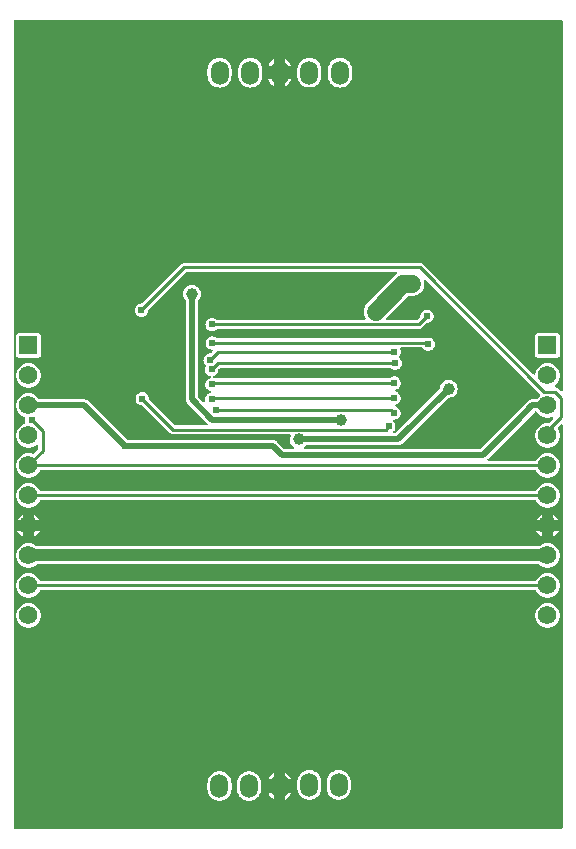
<source format=gbl>
G04 Layer: BottomLayer*
G04 EasyEDA v6.5.23, 2023-06-06 19:14:30*
G04 6ef57efb87d34416a569dc9a5926d664,0997c0c323a540828c61b468e30a80a1,10*
G04 Gerber Generator version 0.2*
G04 Scale: 100 percent, Rotated: No, Reflected: No *
G04 Dimensions in millimeters *
G04 leading zeros omitted , absolute positions ,4 integer and 5 decimal *
%FSLAX45Y45*%
%MOMM*%

%ADD10C,0.2500*%
%ADD11C,0.5000*%
%ADD12C,1.0000*%
%ADD13C,1.5000*%
%ADD14C,0.2540*%
%ADD15C,1.5748*%
%ADD16R,1.5748X1.5748*%
%ADD17O,1.524X1.9999959999999999*%
%ADD18C,0.6100*%
%ADD19C,0.0117*%

%LPD*%
G36*
X736092Y5825896D02*
G01*
X732180Y5826658D01*
X728878Y5828893D01*
X726694Y5832144D01*
X725932Y5836056D01*
X725932Y12663881D01*
X726694Y12667792D01*
X728878Y12671094D01*
X732180Y12673279D01*
X736092Y12674041D01*
X5363921Y12674041D01*
X5367832Y12673279D01*
X5371084Y12671094D01*
X5373319Y12667792D01*
X5374081Y12663881D01*
X5374081Y9538665D01*
X5373319Y9534753D01*
X5371084Y9531451D01*
X5367832Y9529267D01*
X5363921Y9528505D01*
X5360009Y9529267D01*
X5356758Y9531451D01*
X5336235Y9551924D01*
X5330037Y9557054D01*
X5323332Y9560610D01*
X5316118Y9562795D01*
X5313375Y9563100D01*
X5309412Y9564319D01*
X5306314Y9567011D01*
X5304536Y9570720D01*
X5304332Y9574834D01*
X5305806Y9578695D01*
X5308803Y9581692D01*
X5319064Y9590735D01*
X5328107Y9600996D01*
X5335727Y9612376D01*
X5341772Y9624669D01*
X5346141Y9637623D01*
X5348833Y9651034D01*
X5349748Y9664700D01*
X5348833Y9678365D01*
X5346141Y9691776D01*
X5341772Y9704730D01*
X5335727Y9717024D01*
X5328107Y9728403D01*
X5319064Y9738664D01*
X5308803Y9747707D01*
X5297424Y9755327D01*
X5285130Y9761372D01*
X5272176Y9765741D01*
X5258765Y9768433D01*
X5245100Y9769348D01*
X5231434Y9768433D01*
X5218023Y9765741D01*
X5205069Y9761372D01*
X5192776Y9755327D01*
X5181396Y9747707D01*
X5171135Y9738664D01*
X5162092Y9728403D01*
X5154472Y9717024D01*
X5148427Y9704730D01*
X5144058Y9691776D01*
X5141671Y9679940D01*
X5139944Y9675977D01*
X5136692Y9673082D01*
X5132527Y9671812D01*
X5128209Y9672421D01*
X5124551Y9674758D01*
X4193235Y10606024D01*
X4187037Y10611154D01*
X4180332Y10614710D01*
X4173118Y10616895D01*
X4165092Y10617708D01*
X2170074Y10617708D01*
X2162048Y10616895D01*
X2154834Y10614710D01*
X2148179Y10611154D01*
X2141931Y10606024D01*
X1812188Y10276281D01*
X1809292Y10274249D01*
X1805889Y10273334D01*
X1797812Y10272623D01*
X1788363Y10270083D01*
X1779422Y10265918D01*
X1771396Y10260330D01*
X1764436Y10253370D01*
X1758797Y10245293D01*
X1754632Y10236403D01*
X1752092Y10226903D01*
X1751228Y10217099D01*
X1752092Y10207345D01*
X1754632Y10197846D01*
X1758797Y10188956D01*
X1764436Y10180878D01*
X1771396Y10173919D01*
X1779422Y10168331D01*
X1788363Y10164165D01*
X1797812Y10161625D01*
X1807616Y10160762D01*
X1817420Y10161625D01*
X1826920Y10164165D01*
X1835810Y10168331D01*
X1843836Y10173919D01*
X1850796Y10180878D01*
X1856435Y10188956D01*
X1860600Y10197846D01*
X1863140Y10207345D01*
X1863852Y10215372D01*
X1864766Y10218775D01*
X1866798Y10221671D01*
X2182622Y10537494D01*
X2185924Y10539730D01*
X2189784Y10540492D01*
X3962501Y10540492D01*
X3966718Y10539577D01*
X3970121Y10537037D01*
X3972204Y10533278D01*
X3972560Y10529011D01*
X3971137Y10524947D01*
X3968140Y10521899D01*
X3964482Y10519460D01*
X3954322Y10510520D01*
X3718915Y10275112D01*
X3709974Y10264952D01*
X3702659Y10253980D01*
X3696817Y10242143D01*
X3692601Y10229646D01*
X3690010Y10216692D01*
X3689146Y10203535D01*
X3690010Y10190378D01*
X3692601Y10177424D01*
X3696817Y10164927D01*
X3702659Y10153091D01*
X3704691Y10150094D01*
X3706266Y10146030D01*
X3706012Y10141661D01*
X3703980Y10137851D01*
X3700475Y10135209D01*
X3696208Y10134295D01*
X2451150Y10134295D01*
X2447239Y10135057D01*
X2443937Y10137241D01*
X2442159Y10139070D01*
X2434082Y10144658D01*
X2425192Y10148824D01*
X2415692Y10151364D01*
X2405938Y10152227D01*
X2396134Y10151364D01*
X2386634Y10148824D01*
X2377744Y10144658D01*
X2369667Y10139070D01*
X2362758Y10132110D01*
X2357120Y10124033D01*
X2352954Y10115143D01*
X2350414Y10105644D01*
X2349550Y10095839D01*
X2350414Y10086086D01*
X2352954Y10076586D01*
X2357120Y10067696D01*
X2362758Y10059619D01*
X2369667Y10052659D01*
X2377744Y10047071D01*
X2386634Y10042906D01*
X2396134Y10040366D01*
X2405938Y10039502D01*
X2415692Y10040366D01*
X2425192Y10042906D01*
X2434082Y10047071D01*
X2442159Y10052659D01*
X2443937Y10054488D01*
X2447239Y10056672D01*
X2451150Y10057434D01*
X4154474Y10057434D01*
X4162450Y10058247D01*
X4169664Y10060432D01*
X4176318Y10063988D01*
X4182516Y10069068D01*
X4219854Y10106456D01*
X4222750Y10108438D01*
X4226153Y10109352D01*
X4234535Y10110114D01*
X4244035Y10112654D01*
X4252925Y10116820D01*
X4260951Y10122408D01*
X4267911Y10129367D01*
X4273550Y10137444D01*
X4277715Y10146334D01*
X4280255Y10155834D01*
X4281119Y10165588D01*
X4280255Y10175392D01*
X4277715Y10184892D01*
X4273550Y10193782D01*
X4267911Y10201859D01*
X4260951Y10208818D01*
X4252925Y10214406D01*
X4244035Y10218572D01*
X4234535Y10221112D01*
X4224731Y10221976D01*
X4214926Y10221112D01*
X4205478Y10218572D01*
X4196537Y10214406D01*
X4188510Y10208818D01*
X4181551Y10201859D01*
X4175912Y10193782D01*
X4171746Y10184892D01*
X4169206Y10175392D01*
X4168495Y10167061D01*
X4167581Y10163657D01*
X4165549Y10160762D01*
X4142028Y10137241D01*
X4138777Y10135057D01*
X4134865Y10134295D01*
X3888028Y10134295D01*
X3884117Y10135057D01*
X3880815Y10137241D01*
X3878630Y10140543D01*
X3877868Y10144455D01*
X3878630Y10148316D01*
X3880815Y10151618D01*
X4064711Y10335514D01*
X4068013Y10337698D01*
X4071924Y10338511D01*
X4101744Y10338511D01*
X4115257Y10339374D01*
X4128211Y10341965D01*
X4140708Y10346182D01*
X4152544Y10352024D01*
X4163517Y10359339D01*
X4173423Y10368076D01*
X4182160Y10377982D01*
X4189476Y10388955D01*
X4195318Y10400792D01*
X4199534Y10413288D01*
X4202125Y10426242D01*
X4202988Y10439400D01*
X4202125Y10452557D01*
X4199890Y10463936D01*
X4199940Y10468203D01*
X4201769Y10472064D01*
X4205020Y10474858D01*
X4209186Y10476026D01*
X4213402Y10475417D01*
X4217009Y10473080D01*
X5181701Y9508388D01*
X5183987Y9504934D01*
X5184698Y9500870D01*
X5183733Y9496856D01*
X5181244Y9493554D01*
X5171135Y9484664D01*
X5162092Y9474403D01*
X5156555Y9466122D01*
X5154320Y9463684D01*
X5151374Y9462160D01*
X5148122Y9461601D01*
X5118303Y9461601D01*
X5113680Y9461398D01*
X5109260Y9460839D01*
X5104942Y9459874D01*
X5100675Y9458553D01*
X5096611Y9456826D01*
X5092649Y9454794D01*
X5088890Y9452406D01*
X5085384Y9449714D01*
X5081930Y9446564D01*
X4680864Y9045498D01*
X4677613Y9043263D01*
X4673701Y9042501D01*
X3190443Y9042501D01*
X3186226Y9043416D01*
X3182772Y9046006D01*
X3180689Y9049766D01*
X3180334Y9054084D01*
X3181858Y9058148D01*
X3193186Y9068460D01*
X3196336Y9070340D01*
X3199942Y9071000D01*
X3977386Y9071000D01*
X3982059Y9071203D01*
X3986479Y9071813D01*
X3990797Y9072778D01*
X3995013Y9074099D01*
X3999128Y9075775D01*
X4003090Y9077858D01*
X4006799Y9080246D01*
X4010355Y9082938D01*
X4013758Y9086088D01*
X4401159Y9473488D01*
X4404664Y9475774D01*
X4408728Y9476435D01*
X4410811Y9476384D01*
X4422343Y9477705D01*
X4433519Y9480804D01*
X4444136Y9485528D01*
X4453890Y9491878D01*
X4462576Y9499600D01*
X4469942Y9508540D01*
X4475886Y9518548D01*
X4480255Y9529318D01*
X4482896Y9540595D01*
X4483760Y9552178D01*
X4482896Y9563811D01*
X4480255Y9575088D01*
X4475886Y9585858D01*
X4469942Y9595866D01*
X4462576Y9604806D01*
X4453890Y9612528D01*
X4444136Y9618878D01*
X4433519Y9623602D01*
X4422343Y9626701D01*
X4410811Y9628022D01*
X4399178Y9627565D01*
X4387799Y9625380D01*
X4376877Y9621418D01*
X4366666Y9615881D01*
X4357420Y9608870D01*
X4349343Y9600488D01*
X4342688Y9590989D01*
X4337507Y9580575D01*
X4334002Y9569500D01*
X4332224Y9558020D01*
X4332224Y9552736D01*
X4331462Y9548876D01*
X4329277Y9545574D01*
X3959504Y9175800D01*
X3956202Y9173616D01*
X3952341Y9172854D01*
X3946804Y9172854D01*
X3942892Y9173616D01*
X3939590Y9175800D01*
X3937406Y9179102D01*
X3936644Y9183014D01*
X3937406Y9186875D01*
X3939590Y9190177D01*
X3945026Y9195562D01*
X3950665Y9203639D01*
X3954779Y9212529D01*
X3957320Y9222028D01*
X3958183Y9231782D01*
X3957320Y9241586D01*
X3954779Y9251086D01*
X3950665Y9259976D01*
X3945026Y9268053D01*
X3939489Y9273590D01*
X3937355Y9276740D01*
X3936492Y9280448D01*
X3937101Y9284208D01*
X3939082Y9287510D01*
X3942079Y9289846D01*
X3945788Y9290862D01*
X3955084Y9291675D01*
X3964584Y9294215D01*
X3973474Y9298381D01*
X3981551Y9304020D01*
X3988511Y9310979D01*
X3994150Y9319006D01*
X3998264Y9327896D01*
X4000804Y9337395D01*
X4001668Y9347200D01*
X4000804Y9357004D01*
X3998264Y9366504D01*
X3994150Y9375394D01*
X3988511Y9383420D01*
X3981551Y9390380D01*
X3973474Y9396018D01*
X3964584Y9400184D01*
X3962908Y9400641D01*
X3958996Y9402622D01*
X3956354Y9406128D01*
X3955389Y9410446D01*
X3956354Y9414713D01*
X3958996Y9418218D01*
X3962908Y9420250D01*
X3966616Y9421215D01*
X3975506Y9425381D01*
X3983532Y9431020D01*
X3990492Y9437979D01*
X3996131Y9446006D01*
X4000296Y9454896D01*
X4002836Y9464395D01*
X4003700Y9474200D01*
X4002836Y9484004D01*
X4000296Y9493504D01*
X3996131Y9502394D01*
X3990492Y9510420D01*
X3983532Y9517380D01*
X3975506Y9523018D01*
X3966616Y9527184D01*
X3964025Y9527844D01*
X3960114Y9529876D01*
X3957421Y9533382D01*
X3956507Y9537649D01*
X3957421Y9541967D01*
X3960114Y9545472D01*
X3964025Y9547504D01*
X3966819Y9548215D01*
X3975709Y9552381D01*
X3983736Y9558020D01*
X3990695Y9564979D01*
X3996334Y9573006D01*
X4000500Y9581896D01*
X4003040Y9591395D01*
X4003903Y9601200D01*
X4003040Y9611004D01*
X4000500Y9620504D01*
X3996334Y9629394D01*
X3990695Y9637420D01*
X3983736Y9644380D01*
X3975709Y9650018D01*
X3966819Y9654184D01*
X3957320Y9656724D01*
X3947515Y9657588D01*
X3937711Y9656724D01*
X3928262Y9654184D01*
X3919321Y9650018D01*
X3911295Y9644380D01*
X3909466Y9642602D01*
X3906215Y9640366D01*
X3902303Y9639604D01*
X2428951Y9639604D01*
X2424633Y9640570D01*
X2419400Y9642348D01*
X2415540Y9644380D01*
X2412847Y9647885D01*
X2411882Y9652152D01*
X2412847Y9656470D01*
X2415540Y9659924D01*
X2419400Y9661956D01*
X2421483Y9662515D01*
X2430373Y9666681D01*
X2438450Y9672320D01*
X2445410Y9679279D01*
X2451049Y9687306D01*
X2455164Y9696196D01*
X2457704Y9705695D01*
X2458466Y9714077D01*
X2459380Y9717481D01*
X2461412Y9720376D01*
X2468676Y9727641D01*
X2471978Y9729825D01*
X2475839Y9730587D01*
X3911295Y9730587D01*
X3915206Y9729825D01*
X3918458Y9727641D01*
X3920286Y9725812D01*
X3928313Y9720224D01*
X3937254Y9716058D01*
X3946702Y9713518D01*
X3956507Y9712655D01*
X3966311Y9713518D01*
X3975811Y9716058D01*
X3984701Y9720224D01*
X3992727Y9725812D01*
X3999687Y9732772D01*
X4005326Y9740849D01*
X4009491Y9749739D01*
X4012031Y9759238D01*
X4012895Y9768992D01*
X4012031Y9778796D01*
X4009491Y9788296D01*
X4005326Y9797186D01*
X3999687Y9805263D01*
X3992727Y9812223D01*
X3990644Y9813645D01*
X3987749Y9816846D01*
X3986377Y9820960D01*
X3986885Y9825278D01*
X3989120Y9828987D01*
X3994810Y9837064D01*
X3998925Y9845954D01*
X4001465Y9855454D01*
X4002328Y9865207D01*
X4001465Y9875012D01*
X3998925Y9884511D01*
X3997807Y9886899D01*
X3996893Y9890861D01*
X3997553Y9894874D01*
X3999737Y9898278D01*
X4003040Y9900564D01*
X4007002Y9901377D01*
X4181195Y9901377D01*
X4184396Y9900869D01*
X4187240Y9899345D01*
X4189526Y9897059D01*
X4192422Y9892893D01*
X4199382Y9885934D01*
X4207408Y9880295D01*
X4216349Y9876129D01*
X4225798Y9873589D01*
X4235602Y9872726D01*
X4245406Y9873589D01*
X4254906Y9876129D01*
X4263796Y9880295D01*
X4271822Y9885934D01*
X4278782Y9892893D01*
X4284421Y9900920D01*
X4288586Y9909810D01*
X4291126Y9919309D01*
X4291990Y9929114D01*
X4291126Y9938918D01*
X4288586Y9948418D01*
X4284421Y9957308D01*
X4278782Y9965334D01*
X4271822Y9972294D01*
X4263796Y9977932D01*
X4254906Y9982098D01*
X4245406Y9984638D01*
X4235602Y9985502D01*
X4225798Y9984638D01*
X4216349Y9982098D01*
X4209999Y9979152D01*
X4205732Y9978186D01*
X2451252Y9978186D01*
X2447391Y9978948D01*
X2444089Y9981184D01*
X2442260Y9982962D01*
X2434234Y9988600D01*
X2425344Y9992766D01*
X2415844Y9995306D01*
X2406040Y9996170D01*
X2396236Y9995306D01*
X2386787Y9992766D01*
X2377846Y9988600D01*
X2369820Y9982962D01*
X2362860Y9976002D01*
X2357221Y9967976D01*
X2353056Y9959086D01*
X2350516Y9949586D01*
X2349652Y9939782D01*
X2350516Y9929977D01*
X2353056Y9920478D01*
X2357221Y9911588D01*
X2362860Y9903561D01*
X2369820Y9896602D01*
X2377846Y9890963D01*
X2386787Y9886797D01*
X2396236Y9884257D01*
X2400198Y9883902D01*
X2403856Y9882886D01*
X2406904Y9880549D01*
X2408885Y9877298D01*
X2409494Y9873488D01*
X2408631Y9869779D01*
X2406497Y9866630D01*
X2393594Y9853726D01*
X2390698Y9851694D01*
X2387295Y9850780D01*
X2378964Y9850069D01*
X2369464Y9847529D01*
X2360574Y9843363D01*
X2352497Y9837724D01*
X2345588Y9830765D01*
X2339949Y9822738D01*
X2335784Y9813848D01*
X2333244Y9804349D01*
X2332380Y9794544D01*
X2333244Y9784740D01*
X2335784Y9775240D01*
X2339949Y9766350D01*
X2345588Y9758324D01*
X2350516Y9753346D01*
X2352802Y9749942D01*
X2353513Y9745878D01*
X2352548Y9741865D01*
X2349246Y9734804D01*
X2346706Y9725304D01*
X2345842Y9715500D01*
X2346706Y9705695D01*
X2349246Y9696196D01*
X2353411Y9687306D01*
X2359050Y9679279D01*
X2365959Y9672320D01*
X2374036Y9666681D01*
X2382926Y9662515D01*
X2386228Y9661652D01*
X2390089Y9659620D01*
X2392781Y9656114D01*
X2393746Y9651847D01*
X2392781Y9647529D01*
X2390089Y9644075D01*
X2386228Y9642043D01*
X2384145Y9641484D01*
X2375255Y9637318D01*
X2367178Y9631680D01*
X2360269Y9624720D01*
X2354630Y9616694D01*
X2350465Y9607804D01*
X2347925Y9598304D01*
X2347061Y9588500D01*
X2347925Y9578695D01*
X2350465Y9569196D01*
X2354630Y9560306D01*
X2360269Y9552279D01*
X2367178Y9545320D01*
X2375255Y9539681D01*
X2384145Y9535515D01*
X2385822Y9535058D01*
X2389733Y9533026D01*
X2392426Y9529572D01*
X2393391Y9525254D01*
X2392426Y9520986D01*
X2389733Y9517481D01*
X2385822Y9515449D01*
X2382215Y9514484D01*
X2373274Y9510318D01*
X2365248Y9504680D01*
X2358288Y9497720D01*
X2352649Y9489694D01*
X2348484Y9480804D01*
X2345944Y9471304D01*
X2345080Y9461500D01*
X2345944Y9451695D01*
X2346756Y9448749D01*
X2346960Y9444329D01*
X2345283Y9440265D01*
X2342032Y9437319D01*
X2337816Y9435998D01*
X2333447Y9436557D01*
X2329738Y9438894D01*
X2289098Y9479584D01*
X2286863Y9482886D01*
X2286101Y9486747D01*
X2286101Y10295737D01*
X2287016Y10299903D01*
X2289860Y10303662D01*
X2297277Y10312603D01*
X2303221Y10322610D01*
X2307539Y10333380D01*
X2310180Y10344658D01*
X2311095Y10356240D01*
X2310180Y10367873D01*
X2307539Y10379151D01*
X2303221Y10389920D01*
X2297277Y10399928D01*
X2289860Y10408869D01*
X2281224Y10416590D01*
X2271471Y10422940D01*
X2260854Y10427665D01*
X2249627Y10430764D01*
X2238095Y10432084D01*
X2226513Y10431627D01*
X2215083Y10429443D01*
X2204161Y10425480D01*
X2193950Y10419943D01*
X2184704Y10412933D01*
X2176678Y10404551D01*
X2169972Y10395051D01*
X2164842Y10384637D01*
X2161336Y10373563D01*
X2159558Y10362082D01*
X2159558Y10350449D01*
X2161336Y10338968D01*
X2164842Y10327894D01*
X2169972Y10317480D01*
X2176678Y10307980D01*
X2181453Y10303002D01*
X2183536Y10299750D01*
X2184298Y10295940D01*
X2184298Y9461703D01*
X2184501Y9457029D01*
X2185060Y9452660D01*
X2186025Y9448292D01*
X2187397Y9444075D01*
X2189073Y9439960D01*
X2191105Y9436049D01*
X2193493Y9432290D01*
X2196236Y9428734D01*
X2199386Y9425330D01*
X2364384Y9260281D01*
X2366619Y9256979D01*
X2367381Y9253118D01*
X2366619Y9249206D01*
X2364384Y9245904D01*
X2361082Y9243720D01*
X2357221Y9242958D01*
X2095957Y9242958D01*
X2092096Y9243720D01*
X2088794Y9245904D01*
X1872589Y9462109D01*
X1870557Y9465005D01*
X1869643Y9468408D01*
X1868932Y9476740D01*
X1866392Y9486239D01*
X1862226Y9495129D01*
X1856587Y9503206D01*
X1849628Y9510166D01*
X1841601Y9515754D01*
X1832711Y9519920D01*
X1823212Y9522460D01*
X1813407Y9523323D01*
X1803603Y9522460D01*
X1794154Y9519920D01*
X1785213Y9515754D01*
X1777187Y9510166D01*
X1770227Y9503206D01*
X1764588Y9495129D01*
X1760423Y9486239D01*
X1757883Y9476740D01*
X1757019Y9466935D01*
X1757883Y9457182D01*
X1760423Y9447682D01*
X1764588Y9438792D01*
X1770227Y9430715D01*
X1777187Y9423755D01*
X1785213Y9418167D01*
X1794154Y9414002D01*
X1803603Y9411462D01*
X1811985Y9410700D01*
X1815388Y9409785D01*
X1818284Y9407804D01*
X2048306Y9177731D01*
X2054555Y9172651D01*
X2061159Y9169095D01*
X2068372Y9166910D01*
X2076348Y9166098D01*
X3060598Y9166098D01*
X3064611Y9165285D01*
X3067964Y9162948D01*
X3070098Y9159443D01*
X3070707Y9155430D01*
X3065627Y9139224D01*
X3063849Y9127744D01*
X3063849Y9116110D01*
X3065627Y9104630D01*
X3069132Y9093555D01*
X3074263Y9083141D01*
X3080969Y9073642D01*
X3088995Y9065260D01*
X3094939Y9060738D01*
X3097682Y9057589D01*
X3098901Y9053576D01*
X3098444Y9049410D01*
X3096310Y9045803D01*
X3092907Y9043365D01*
X3088792Y9042501D01*
X3022498Y9042501D01*
X3018586Y9043263D01*
X3015335Y9045498D01*
X2956864Y9103969D01*
X2953410Y9107119D01*
X2949905Y9109811D01*
X2946146Y9112199D01*
X2942183Y9114231D01*
X2938119Y9115958D01*
X2933852Y9117279D01*
X2929534Y9118244D01*
X2925114Y9118803D01*
X2920492Y9119006D01*
X1691233Y9119006D01*
X1686966Y9119971D01*
X1682851Y9122562D01*
X1358849Y9446564D01*
X1355445Y9449714D01*
X1351889Y9452406D01*
X1348181Y9454794D01*
X1344218Y9456826D01*
X1340104Y9458553D01*
X1335887Y9459874D01*
X1331569Y9460839D01*
X1327150Y9461398D01*
X1322476Y9461601D01*
X947877Y9461601D01*
X944626Y9462160D01*
X941679Y9463684D01*
X939444Y9466122D01*
X933907Y9474403D01*
X924864Y9484664D01*
X914603Y9493707D01*
X903224Y9501327D01*
X890930Y9507372D01*
X877976Y9511741D01*
X864565Y9514433D01*
X850900Y9515348D01*
X837234Y9514433D01*
X823823Y9511741D01*
X810869Y9507372D01*
X798576Y9501327D01*
X787196Y9493707D01*
X776935Y9484664D01*
X767892Y9474403D01*
X760272Y9463024D01*
X754227Y9450730D01*
X749858Y9437776D01*
X747166Y9424365D01*
X746252Y9410700D01*
X747166Y9397034D01*
X749858Y9383623D01*
X754227Y9370669D01*
X760272Y9358376D01*
X767892Y9346996D01*
X776935Y9336735D01*
X787196Y9327692D01*
X798576Y9320072D01*
X810869Y9314027D01*
X818184Y9311538D01*
X821537Y9309658D01*
X823925Y9306712D01*
X825042Y9303105D01*
X824737Y9299295D01*
X823214Y9293504D01*
X822350Y9283700D01*
X823214Y9273895D01*
X824737Y9268104D01*
X825042Y9264294D01*
X823925Y9260687D01*
X821537Y9257741D01*
X818184Y9255861D01*
X810869Y9253372D01*
X798576Y9247327D01*
X787196Y9239707D01*
X776935Y9230664D01*
X767892Y9220403D01*
X760272Y9209024D01*
X754227Y9196730D01*
X749858Y9183776D01*
X747166Y9170365D01*
X746252Y9156700D01*
X747166Y9143034D01*
X749858Y9129623D01*
X754227Y9116669D01*
X760272Y9104376D01*
X767892Y9092996D01*
X776935Y9082735D01*
X787196Y9073692D01*
X798576Y9066072D01*
X810869Y9060027D01*
X823823Y9055658D01*
X837234Y9052966D01*
X850900Y9052052D01*
X864565Y9052966D01*
X877976Y9055658D01*
X890930Y9060027D01*
X903224Y9066072D01*
X914806Y9073845D01*
X918108Y9075826D01*
X921918Y9076385D01*
X925677Y9075470D01*
X928827Y9073235D01*
X930910Y9070035D01*
X931621Y9066225D01*
X931621Y9041993D01*
X930859Y9038082D01*
X928674Y9034780D01*
X897128Y9003233D01*
X894029Y9001150D01*
X890371Y9000286D01*
X886663Y9000794D01*
X877976Y9003741D01*
X864565Y9006433D01*
X850900Y9007348D01*
X837234Y9006433D01*
X823823Y9003741D01*
X810869Y8999372D01*
X798576Y8993327D01*
X787196Y8985707D01*
X776935Y8976664D01*
X767892Y8966403D01*
X760272Y8955024D01*
X754227Y8942730D01*
X749858Y8929776D01*
X747166Y8916365D01*
X746252Y8902700D01*
X747166Y8889034D01*
X749858Y8875623D01*
X754227Y8862669D01*
X760272Y8850376D01*
X767892Y8838996D01*
X776935Y8828735D01*
X787196Y8819692D01*
X798576Y8812072D01*
X810869Y8806027D01*
X823823Y8801658D01*
X837234Y8798966D01*
X850900Y8798052D01*
X864565Y8798966D01*
X877976Y8801658D01*
X890930Y8806027D01*
X903224Y8812072D01*
X914603Y8819692D01*
X924864Y8828735D01*
X933907Y8838996D01*
X941527Y8850376D01*
X945591Y8858605D01*
X947826Y8861602D01*
X951026Y8863584D01*
X954684Y8864295D01*
X5141315Y8864295D01*
X5145024Y8863584D01*
X5148173Y8861602D01*
X5150408Y8858605D01*
X5154472Y8850376D01*
X5162092Y8838996D01*
X5171135Y8828735D01*
X5181396Y8819692D01*
X5192776Y8812072D01*
X5205069Y8806027D01*
X5218023Y8801658D01*
X5231434Y8798966D01*
X5245100Y8798052D01*
X5258765Y8798966D01*
X5272176Y8801658D01*
X5285130Y8806027D01*
X5297424Y8812072D01*
X5308803Y8819692D01*
X5319064Y8828735D01*
X5328107Y8838996D01*
X5335727Y8850376D01*
X5341772Y8862669D01*
X5346141Y8875623D01*
X5348833Y8889034D01*
X5349748Y8902700D01*
X5348833Y8916365D01*
X5346141Y8929776D01*
X5341772Y8942730D01*
X5335727Y8955024D01*
X5328107Y8966403D01*
X5319064Y8976664D01*
X5308803Y8985707D01*
X5297424Y8993327D01*
X5285130Y8999372D01*
X5272176Y9003741D01*
X5258765Y9006433D01*
X5245100Y9007348D01*
X5231434Y9006433D01*
X5218023Y9003741D01*
X5205069Y8999372D01*
X5192776Y8993327D01*
X5181396Y8985707D01*
X5171135Y8976664D01*
X5162092Y8966403D01*
X5154472Y8955024D01*
X5150408Y8946794D01*
X5148173Y8943797D01*
X5145024Y8941816D01*
X5141315Y8941104D01*
X4745024Y8941104D01*
X4741164Y8941866D01*
X4737862Y8944102D01*
X4735626Y8947404D01*
X4734864Y8951264D01*
X4735626Y8955176D01*
X4737862Y8958427D01*
X5136235Y9356801D01*
X5139486Y9359036D01*
X5143398Y9359798D01*
X5148122Y9359798D01*
X5151374Y9359239D01*
X5154320Y9357715D01*
X5156555Y9355277D01*
X5162092Y9346996D01*
X5171135Y9336735D01*
X5181396Y9327692D01*
X5192776Y9320072D01*
X5205069Y9314027D01*
X5218023Y9309658D01*
X5231434Y9306966D01*
X5245100Y9306052D01*
X5258765Y9306966D01*
X5272176Y9309658D01*
X5281117Y9312656D01*
X5285587Y9313164D01*
X5289854Y9311640D01*
X5293004Y9308439D01*
X5294477Y9304172D01*
X5293969Y9299702D01*
X5291582Y9295892D01*
X5259527Y9263837D01*
X5255920Y9261500D01*
X5251704Y9260890D01*
X5245100Y9261348D01*
X5231434Y9260433D01*
X5218023Y9257741D01*
X5205069Y9253372D01*
X5192776Y9247327D01*
X5181396Y9239707D01*
X5171135Y9230664D01*
X5162092Y9220403D01*
X5154472Y9209024D01*
X5148427Y9196730D01*
X5144058Y9183776D01*
X5141366Y9170365D01*
X5140452Y9156700D01*
X5141366Y9143034D01*
X5144058Y9129623D01*
X5148427Y9116669D01*
X5154472Y9104376D01*
X5162092Y9092996D01*
X5171135Y9082735D01*
X5181396Y9073692D01*
X5192776Y9066072D01*
X5205069Y9060027D01*
X5218023Y9055658D01*
X5231434Y9052966D01*
X5245100Y9052052D01*
X5258765Y9052966D01*
X5272176Y9055658D01*
X5285130Y9060027D01*
X5297424Y9066072D01*
X5308803Y9073692D01*
X5319064Y9082735D01*
X5328107Y9092996D01*
X5335727Y9104376D01*
X5341772Y9116669D01*
X5346141Y9129623D01*
X5348833Y9143034D01*
X5349748Y9156700D01*
X5348833Y9170365D01*
X5346141Y9183776D01*
X5341772Y9196730D01*
X5335727Y9209024D01*
X5331612Y9215170D01*
X5330190Y9218320D01*
X5329936Y9221774D01*
X5330850Y9225127D01*
X5332882Y9227972D01*
X5356758Y9251848D01*
X5360009Y9254032D01*
X5363921Y9254794D01*
X5367832Y9254032D01*
X5371084Y9251848D01*
X5373319Y9248546D01*
X5374081Y9244634D01*
X5374081Y5836056D01*
X5373319Y5832144D01*
X5371084Y5828893D01*
X5367832Y5826658D01*
X5363921Y5825896D01*
G37*

%LPC*%
G36*
X2718054Y6062065D02*
G01*
X2731363Y6062929D01*
X2744470Y6065520D01*
X2757119Y6069838D01*
X2769108Y6075730D01*
X2780182Y6083147D01*
X2790240Y6091986D01*
X2799029Y6101994D01*
X2806446Y6113119D01*
X2812389Y6125057D01*
X2816656Y6137706D01*
X2819247Y6150813D01*
X2820162Y6164478D01*
X2820162Y6211417D01*
X2819247Y6225082D01*
X2816656Y6238189D01*
X2812389Y6250838D01*
X2806446Y6262776D01*
X2799029Y6273901D01*
X2790240Y6283909D01*
X2780182Y6292748D01*
X2769108Y6300165D01*
X2757119Y6306058D01*
X2744470Y6310376D01*
X2731363Y6312966D01*
X2718054Y6313830D01*
X2704744Y6312966D01*
X2691638Y6310376D01*
X2678988Y6306058D01*
X2667000Y6300165D01*
X2655925Y6292748D01*
X2645867Y6283909D01*
X2637078Y6273901D01*
X2629662Y6262776D01*
X2623718Y6250838D01*
X2619451Y6238189D01*
X2616860Y6225082D01*
X2615946Y6211417D01*
X2615946Y6164478D01*
X2616860Y6150813D01*
X2619451Y6137706D01*
X2623718Y6125057D01*
X2629662Y6113119D01*
X2637078Y6101994D01*
X2645867Y6091986D01*
X2655925Y6083147D01*
X2667000Y6075730D01*
X2678988Y6069838D01*
X2691638Y6065520D01*
X2704744Y6062929D01*
G37*
G36*
X2467864Y6062319D02*
G01*
X2481173Y6063183D01*
X2494280Y6065774D01*
X2506929Y6070092D01*
X2518918Y6075984D01*
X2529992Y6083401D01*
X2540050Y6092240D01*
X2548839Y6102248D01*
X2556256Y6113373D01*
X2562199Y6125311D01*
X2566466Y6137960D01*
X2569057Y6151067D01*
X2569972Y6164732D01*
X2569972Y6211671D01*
X2569057Y6225336D01*
X2566466Y6238443D01*
X2562199Y6251092D01*
X2556256Y6263030D01*
X2548839Y6274155D01*
X2540050Y6284163D01*
X2529992Y6293002D01*
X2518918Y6300419D01*
X2506929Y6306312D01*
X2494280Y6310630D01*
X2481173Y6313220D01*
X2467864Y6314084D01*
X2454554Y6313220D01*
X2441448Y6310630D01*
X2428798Y6306312D01*
X2416810Y6300419D01*
X2405735Y6293002D01*
X2395677Y6284163D01*
X2386888Y6274155D01*
X2379472Y6263030D01*
X2373528Y6251092D01*
X2369261Y6238443D01*
X2366670Y6225336D01*
X2365756Y6211671D01*
X2365756Y6164732D01*
X2366670Y6151067D01*
X2369261Y6137960D01*
X2373528Y6125311D01*
X2379472Y6113373D01*
X2386888Y6102248D01*
X2395677Y6092240D01*
X2405735Y6083401D01*
X2416810Y6075984D01*
X2428798Y6070092D01*
X2441448Y6065774D01*
X2454554Y6063183D01*
G37*
G36*
X3227832Y6072225D02*
G01*
X3241141Y6073089D01*
X3254248Y6075680D01*
X3266897Y6079998D01*
X3278886Y6085890D01*
X3289960Y6093307D01*
X3300018Y6102146D01*
X3308807Y6112154D01*
X3316224Y6123279D01*
X3322167Y6135217D01*
X3326434Y6147866D01*
X3329025Y6160973D01*
X3329940Y6174638D01*
X3329940Y6221577D01*
X3329025Y6235242D01*
X3326434Y6248349D01*
X3322167Y6260998D01*
X3316224Y6272936D01*
X3308807Y6284061D01*
X3300018Y6294069D01*
X3289960Y6302908D01*
X3278886Y6310325D01*
X3266897Y6316218D01*
X3254248Y6320536D01*
X3241141Y6323126D01*
X3227832Y6323990D01*
X3214522Y6323126D01*
X3201416Y6320536D01*
X3188766Y6316218D01*
X3176778Y6310325D01*
X3165703Y6302908D01*
X3155645Y6294069D01*
X3146856Y6284061D01*
X3139440Y6272936D01*
X3133496Y6260998D01*
X3129229Y6248349D01*
X3126638Y6235242D01*
X3125724Y6221577D01*
X3125724Y6174638D01*
X3126638Y6160973D01*
X3129229Y6147866D01*
X3133496Y6135217D01*
X3139440Y6123279D01*
X3146856Y6112154D01*
X3155645Y6102146D01*
X3165703Y6093307D01*
X3176778Y6085890D01*
X3188766Y6079998D01*
X3201416Y6075680D01*
X3214522Y6073089D01*
G37*
G36*
X3477768Y6072225D02*
G01*
X3491077Y6073089D01*
X3504184Y6075680D01*
X3516833Y6079998D01*
X3528822Y6085890D01*
X3539896Y6093307D01*
X3549954Y6102146D01*
X3558743Y6112154D01*
X3566160Y6123279D01*
X3572103Y6135217D01*
X3576370Y6147866D01*
X3578961Y6160973D01*
X3579876Y6174638D01*
X3579876Y6221577D01*
X3578961Y6235242D01*
X3576370Y6248349D01*
X3572103Y6260998D01*
X3566160Y6272936D01*
X3558743Y6284061D01*
X3549954Y6294069D01*
X3539896Y6302908D01*
X3528822Y6310325D01*
X3516833Y6316218D01*
X3504184Y6320536D01*
X3491077Y6323126D01*
X3477768Y6323990D01*
X3464458Y6323126D01*
X3451351Y6320536D01*
X3438702Y6316218D01*
X3426714Y6310325D01*
X3415639Y6302908D01*
X3405581Y6294069D01*
X3396792Y6284061D01*
X3389376Y6272936D01*
X3383432Y6260998D01*
X3379165Y6248349D01*
X3376574Y6235242D01*
X3375660Y6221577D01*
X3375660Y6174638D01*
X3376574Y6160973D01*
X3379165Y6147866D01*
X3383432Y6135217D01*
X3389376Y6123279D01*
X3396792Y6112154D01*
X3405581Y6102146D01*
X3415639Y6093307D01*
X3426714Y6085890D01*
X3438702Y6079998D01*
X3451351Y6075680D01*
X3464458Y6073089D01*
G37*
G36*
X2933446Y6072733D02*
G01*
X2933446Y6131864D01*
X2881376Y6131864D01*
X2883560Y6125311D01*
X2889504Y6113373D01*
X2896920Y6102248D01*
X2905709Y6092240D01*
X2915767Y6083401D01*
X2926842Y6075984D01*
G37*
G36*
X3022346Y6072733D02*
G01*
X3028950Y6075984D01*
X3040024Y6083401D01*
X3050082Y6092240D01*
X3058871Y6102248D01*
X3066288Y6113373D01*
X3072231Y6125311D01*
X3074416Y6131864D01*
X3022346Y6131864D01*
G37*
G36*
X2881376Y6244539D02*
G01*
X2933446Y6244539D01*
X2933446Y6303670D01*
X2926842Y6300419D01*
X2915767Y6293002D01*
X2905709Y6284163D01*
X2896920Y6274155D01*
X2889504Y6263030D01*
X2883560Y6251092D01*
G37*
G36*
X3022346Y6244539D02*
G01*
X3074416Y6244539D01*
X3072231Y6251092D01*
X3066288Y6263030D01*
X3058871Y6274155D01*
X3050082Y6284163D01*
X3040024Y6293002D01*
X3028950Y6300419D01*
X3022346Y6303670D01*
G37*
G36*
X850900Y7528052D02*
G01*
X864565Y7528966D01*
X877976Y7531658D01*
X890930Y7536027D01*
X903224Y7542072D01*
X914603Y7549692D01*
X924864Y7558735D01*
X933907Y7568996D01*
X941527Y7580375D01*
X947572Y7592669D01*
X951941Y7605623D01*
X954633Y7619034D01*
X955548Y7632700D01*
X954633Y7646365D01*
X951941Y7659776D01*
X947572Y7672730D01*
X941527Y7685024D01*
X933907Y7696403D01*
X924864Y7706664D01*
X914603Y7715707D01*
X903224Y7723327D01*
X890930Y7729372D01*
X877976Y7733741D01*
X864565Y7736433D01*
X850900Y7737348D01*
X837234Y7736433D01*
X823823Y7733741D01*
X810869Y7729372D01*
X798576Y7723327D01*
X787196Y7715707D01*
X776935Y7706664D01*
X767892Y7696403D01*
X760272Y7685024D01*
X754227Y7672730D01*
X749858Y7659776D01*
X747166Y7646365D01*
X746252Y7632700D01*
X747166Y7619034D01*
X749858Y7605623D01*
X754227Y7592669D01*
X760272Y7580375D01*
X767892Y7568996D01*
X776935Y7558735D01*
X787196Y7549692D01*
X798576Y7542072D01*
X810869Y7536027D01*
X823823Y7531658D01*
X837234Y7528966D01*
G37*
G36*
X5245100Y7528052D02*
G01*
X5258765Y7528966D01*
X5272176Y7531658D01*
X5285130Y7536027D01*
X5297424Y7542072D01*
X5308803Y7549692D01*
X5319064Y7558735D01*
X5328107Y7568996D01*
X5335727Y7580375D01*
X5341772Y7592669D01*
X5346141Y7605623D01*
X5348833Y7619034D01*
X5349748Y7632700D01*
X5348833Y7646365D01*
X5346141Y7659776D01*
X5341772Y7672730D01*
X5335727Y7685024D01*
X5328107Y7696403D01*
X5319064Y7706664D01*
X5308803Y7715707D01*
X5297424Y7723327D01*
X5285130Y7729372D01*
X5272176Y7733741D01*
X5258765Y7736433D01*
X5245100Y7737348D01*
X5231434Y7736433D01*
X5218023Y7733741D01*
X5205069Y7729372D01*
X5192776Y7723327D01*
X5181396Y7715707D01*
X5171135Y7706664D01*
X5162092Y7696403D01*
X5154472Y7685024D01*
X5148427Y7672730D01*
X5144058Y7659776D01*
X5141366Y7646365D01*
X5140452Y7632700D01*
X5141366Y7619034D01*
X5144058Y7605623D01*
X5148427Y7592669D01*
X5154472Y7580375D01*
X5162092Y7568996D01*
X5171135Y7558735D01*
X5181396Y7549692D01*
X5192776Y7542072D01*
X5205069Y7536027D01*
X5218023Y7531658D01*
X5231434Y7528966D01*
G37*
G36*
X850900Y7782052D02*
G01*
X864565Y7782966D01*
X877976Y7785658D01*
X890930Y7790027D01*
X903224Y7796072D01*
X914603Y7803692D01*
X924864Y7812735D01*
X933907Y7822996D01*
X941527Y7834375D01*
X945591Y7842605D01*
X947826Y7845602D01*
X951026Y7847584D01*
X954684Y7848295D01*
X5141315Y7848295D01*
X5145024Y7847584D01*
X5148173Y7845602D01*
X5150408Y7842605D01*
X5154472Y7834375D01*
X5162092Y7822996D01*
X5171135Y7812735D01*
X5181396Y7803692D01*
X5192776Y7796072D01*
X5205069Y7790027D01*
X5218023Y7785658D01*
X5231434Y7782966D01*
X5245100Y7782052D01*
X5258765Y7782966D01*
X5272176Y7785658D01*
X5285130Y7790027D01*
X5297424Y7796072D01*
X5308803Y7803692D01*
X5319064Y7812735D01*
X5328107Y7822996D01*
X5335727Y7834375D01*
X5341772Y7846669D01*
X5346141Y7859623D01*
X5348833Y7873034D01*
X5349748Y7886700D01*
X5348833Y7900365D01*
X5346141Y7913776D01*
X5341772Y7926730D01*
X5335727Y7939024D01*
X5328107Y7950403D01*
X5319064Y7960664D01*
X5308803Y7969707D01*
X5297424Y7977327D01*
X5285130Y7983372D01*
X5272176Y7987741D01*
X5258765Y7990433D01*
X5245100Y7991348D01*
X5231434Y7990433D01*
X5218023Y7987741D01*
X5205069Y7983372D01*
X5192776Y7977327D01*
X5181396Y7969707D01*
X5171135Y7960664D01*
X5162092Y7950403D01*
X5154472Y7939024D01*
X5150408Y7930794D01*
X5148173Y7927797D01*
X5145024Y7925816D01*
X5141315Y7925104D01*
X954684Y7925104D01*
X951026Y7925816D01*
X947826Y7927797D01*
X945591Y7930794D01*
X941527Y7939024D01*
X933907Y7950403D01*
X924864Y7960664D01*
X914603Y7969707D01*
X903224Y7977327D01*
X890930Y7983372D01*
X877976Y7987741D01*
X864565Y7990433D01*
X850900Y7991348D01*
X837234Y7990433D01*
X823823Y7987741D01*
X810869Y7983372D01*
X798576Y7977327D01*
X787196Y7969707D01*
X776935Y7960664D01*
X767892Y7950403D01*
X760272Y7939024D01*
X754227Y7926730D01*
X749858Y7913776D01*
X747166Y7900365D01*
X746252Y7886700D01*
X747166Y7873034D01*
X749858Y7859623D01*
X754227Y7846669D01*
X760272Y7834375D01*
X767892Y7822996D01*
X776935Y7812735D01*
X787196Y7803692D01*
X798576Y7796072D01*
X810869Y7790027D01*
X823823Y7785658D01*
X837234Y7782966D01*
G37*
G36*
X850900Y8036052D02*
G01*
X864565Y8036966D01*
X877976Y8039658D01*
X890930Y8044027D01*
X903224Y8050072D01*
X914603Y8057692D01*
X919835Y8062264D01*
X922934Y8064144D01*
X926490Y8064804D01*
X5169509Y8064804D01*
X5173065Y8064144D01*
X5176164Y8062264D01*
X5181396Y8057692D01*
X5192776Y8050072D01*
X5205069Y8044027D01*
X5218023Y8039658D01*
X5231434Y8036966D01*
X5245100Y8036052D01*
X5258765Y8036966D01*
X5272176Y8039658D01*
X5285130Y8044027D01*
X5297424Y8050072D01*
X5308803Y8057692D01*
X5319064Y8066735D01*
X5328107Y8076996D01*
X5335727Y8088375D01*
X5341772Y8100669D01*
X5346141Y8113623D01*
X5348833Y8127034D01*
X5349748Y8140700D01*
X5348833Y8154365D01*
X5346141Y8167776D01*
X5341772Y8180730D01*
X5335727Y8193024D01*
X5328107Y8204403D01*
X5319064Y8214664D01*
X5308803Y8223707D01*
X5297424Y8231327D01*
X5285130Y8237372D01*
X5272176Y8241741D01*
X5258765Y8244433D01*
X5245100Y8245348D01*
X5231434Y8244433D01*
X5218023Y8241741D01*
X5205069Y8237372D01*
X5192776Y8231327D01*
X5181396Y8223707D01*
X5176164Y8219135D01*
X5173065Y8217255D01*
X5169509Y8216595D01*
X926490Y8216595D01*
X922934Y8217255D01*
X919835Y8219135D01*
X914603Y8223707D01*
X903224Y8231327D01*
X890930Y8237372D01*
X877976Y8241741D01*
X864565Y8244433D01*
X850900Y8245348D01*
X837234Y8244433D01*
X823823Y8241741D01*
X810869Y8237372D01*
X798576Y8231327D01*
X787196Y8223707D01*
X776935Y8214664D01*
X767892Y8204403D01*
X760272Y8193024D01*
X754227Y8180730D01*
X749858Y8167776D01*
X747166Y8154365D01*
X746252Y8140700D01*
X747166Y8127034D01*
X749858Y8113623D01*
X754227Y8100669D01*
X760272Y8088375D01*
X767892Y8076996D01*
X776935Y8066735D01*
X787196Y8057692D01*
X798576Y8050072D01*
X810869Y8044027D01*
X823823Y8039658D01*
X837234Y8036966D01*
G37*
G36*
X805180Y8300821D02*
G01*
X805180Y8348980D01*
X757021Y8348980D01*
X760272Y8342375D01*
X767892Y8330996D01*
X776935Y8320735D01*
X787196Y8311692D01*
X798576Y8304072D01*
G37*
G36*
X896619Y8300821D02*
G01*
X903224Y8304072D01*
X914603Y8311692D01*
X924864Y8320735D01*
X933907Y8330996D01*
X941527Y8342375D01*
X944778Y8348980D01*
X896619Y8348980D01*
G37*
G36*
X5290820Y8300821D02*
G01*
X5297424Y8304072D01*
X5308803Y8311692D01*
X5319064Y8320735D01*
X5328107Y8330996D01*
X5335727Y8342375D01*
X5338978Y8348980D01*
X5290820Y8348980D01*
G37*
G36*
X5199380Y8300821D02*
G01*
X5199380Y8348980D01*
X5151221Y8348980D01*
X5154472Y8342375D01*
X5162092Y8330996D01*
X5171135Y8320735D01*
X5181396Y8311692D01*
X5192776Y8304072D01*
G37*
G36*
X757021Y8440420D02*
G01*
X805180Y8440420D01*
X805180Y8488578D01*
X798576Y8485327D01*
X787196Y8477707D01*
X776935Y8468664D01*
X767892Y8458403D01*
X760272Y8447024D01*
G37*
G36*
X896619Y8440420D02*
G01*
X944778Y8440420D01*
X941527Y8447024D01*
X933907Y8458403D01*
X924864Y8468664D01*
X914603Y8477707D01*
X903224Y8485327D01*
X896619Y8488578D01*
G37*
G36*
X5151221Y8440420D02*
G01*
X5199380Y8440420D01*
X5199380Y8488578D01*
X5192776Y8485327D01*
X5181396Y8477707D01*
X5171135Y8468664D01*
X5162092Y8458403D01*
X5154472Y8447024D01*
G37*
G36*
X5290820Y8440420D02*
G01*
X5338978Y8440420D01*
X5335727Y8447024D01*
X5328107Y8458403D01*
X5319064Y8468664D01*
X5308803Y8477707D01*
X5297424Y8485327D01*
X5290820Y8488578D01*
G37*
G36*
X850900Y8544052D02*
G01*
X864565Y8544966D01*
X877976Y8547658D01*
X890930Y8552027D01*
X903224Y8558072D01*
X914603Y8565692D01*
X924864Y8574735D01*
X933907Y8584996D01*
X941527Y8596376D01*
X945591Y8604605D01*
X947826Y8607602D01*
X951026Y8609584D01*
X954684Y8610295D01*
X5141315Y8610295D01*
X5145024Y8609584D01*
X5148173Y8607602D01*
X5150408Y8604605D01*
X5154472Y8596376D01*
X5162092Y8584996D01*
X5171135Y8574735D01*
X5181396Y8565692D01*
X5192776Y8558072D01*
X5205069Y8552027D01*
X5218023Y8547658D01*
X5231434Y8544966D01*
X5245100Y8544052D01*
X5258765Y8544966D01*
X5272176Y8547658D01*
X5285130Y8552027D01*
X5297424Y8558072D01*
X5308803Y8565692D01*
X5319064Y8574735D01*
X5328107Y8584996D01*
X5335727Y8596376D01*
X5341772Y8608669D01*
X5346141Y8621623D01*
X5348833Y8635034D01*
X5349748Y8648700D01*
X5348833Y8662365D01*
X5346141Y8675776D01*
X5341772Y8688730D01*
X5335727Y8701024D01*
X5328107Y8712403D01*
X5319064Y8722664D01*
X5308803Y8731707D01*
X5297424Y8739327D01*
X5285130Y8745372D01*
X5272176Y8749741D01*
X5258765Y8752433D01*
X5245100Y8753348D01*
X5231434Y8752433D01*
X5218023Y8749741D01*
X5205069Y8745372D01*
X5192776Y8739327D01*
X5181396Y8731707D01*
X5171135Y8722664D01*
X5162092Y8712403D01*
X5154472Y8701024D01*
X5150408Y8692794D01*
X5148173Y8689797D01*
X5145024Y8687816D01*
X5141315Y8687104D01*
X954684Y8687104D01*
X951026Y8687816D01*
X947826Y8689797D01*
X945591Y8692794D01*
X941527Y8701024D01*
X933907Y8712403D01*
X924864Y8722664D01*
X914603Y8731707D01*
X903224Y8739327D01*
X890930Y8745372D01*
X877976Y8749741D01*
X864565Y8752433D01*
X850900Y8753348D01*
X837234Y8752433D01*
X823823Y8749741D01*
X810869Y8745372D01*
X798576Y8739327D01*
X787196Y8731707D01*
X776935Y8722664D01*
X767892Y8712403D01*
X760272Y8701024D01*
X754227Y8688730D01*
X749858Y8675776D01*
X747166Y8662365D01*
X746252Y8648700D01*
X747166Y8635034D01*
X749858Y8621623D01*
X754227Y8608669D01*
X760272Y8596376D01*
X767892Y8584996D01*
X776935Y8574735D01*
X787196Y8565692D01*
X798576Y8558072D01*
X810869Y8552027D01*
X823823Y8547658D01*
X837234Y8544966D01*
G37*
G36*
X850900Y9560052D02*
G01*
X864565Y9560966D01*
X877976Y9563658D01*
X890930Y9568027D01*
X903224Y9574072D01*
X914603Y9581692D01*
X924864Y9590735D01*
X933907Y9600996D01*
X941527Y9612376D01*
X947572Y9624669D01*
X951941Y9637623D01*
X954633Y9651034D01*
X955548Y9664700D01*
X954633Y9678365D01*
X951941Y9691776D01*
X947572Y9704730D01*
X941527Y9717024D01*
X933907Y9728403D01*
X924864Y9738664D01*
X914603Y9747707D01*
X903224Y9755327D01*
X890930Y9761372D01*
X877976Y9765741D01*
X864565Y9768433D01*
X850900Y9769348D01*
X837234Y9768433D01*
X823823Y9765741D01*
X810869Y9761372D01*
X798576Y9755327D01*
X787196Y9747707D01*
X776935Y9738664D01*
X767892Y9728403D01*
X760272Y9717024D01*
X754227Y9704730D01*
X749858Y9691776D01*
X747166Y9678365D01*
X746252Y9664700D01*
X747166Y9651034D01*
X749858Y9637623D01*
X754227Y9624669D01*
X760272Y9612376D01*
X767892Y9600996D01*
X776935Y9590735D01*
X787196Y9581692D01*
X798576Y9574072D01*
X810869Y9568027D01*
X823823Y9563658D01*
X837234Y9560966D01*
G37*
G36*
X772718Y9814052D02*
G01*
X929081Y9814052D01*
X935380Y9814763D01*
X940866Y9816693D01*
X945743Y9819741D01*
X949858Y9823856D01*
X952906Y9828733D01*
X954836Y9834219D01*
X955548Y9840518D01*
X955548Y9996881D01*
X954836Y10003180D01*
X952906Y10008666D01*
X949858Y10013543D01*
X945743Y10017658D01*
X940866Y10020706D01*
X935380Y10022636D01*
X929081Y10023348D01*
X772718Y10023348D01*
X766419Y10022636D01*
X760933Y10020706D01*
X756056Y10017658D01*
X751941Y10013543D01*
X748893Y10008666D01*
X746963Y10003180D01*
X746252Y9996881D01*
X746252Y9840518D01*
X746963Y9834219D01*
X748893Y9828733D01*
X751941Y9823856D01*
X756056Y9819741D01*
X760933Y9816693D01*
X766419Y9814763D01*
G37*
G36*
X5166918Y9814052D02*
G01*
X5323281Y9814052D01*
X5329580Y9814763D01*
X5335066Y9816693D01*
X5339943Y9819741D01*
X5344058Y9823856D01*
X5347106Y9828733D01*
X5349036Y9834219D01*
X5349748Y9840518D01*
X5349748Y9996881D01*
X5349036Y10003180D01*
X5347106Y10008666D01*
X5344058Y10013543D01*
X5339943Y10017658D01*
X5335066Y10020706D01*
X5329580Y10022636D01*
X5323281Y10023348D01*
X5166918Y10023348D01*
X5160619Y10022636D01*
X5155133Y10020706D01*
X5150256Y10017658D01*
X5146141Y10013543D01*
X5143093Y10008666D01*
X5141163Y10003180D01*
X5140452Y9996881D01*
X5140452Y9840518D01*
X5141163Y9834219D01*
X5143093Y9828733D01*
X5146141Y9823856D01*
X5150256Y9819741D01*
X5155133Y9816693D01*
X5160619Y9814763D01*
G37*
G36*
X2468118Y12101931D02*
G01*
X2481427Y12102795D01*
X2494534Y12105386D01*
X2507183Y12109704D01*
X2519172Y12115596D01*
X2530246Y12123013D01*
X2540304Y12131852D01*
X2549093Y12141860D01*
X2556510Y12152985D01*
X2562453Y12164923D01*
X2566720Y12177572D01*
X2569311Y12190679D01*
X2570226Y12204344D01*
X2570226Y12251283D01*
X2569311Y12264948D01*
X2566720Y12278055D01*
X2562453Y12290704D01*
X2556510Y12302642D01*
X2549093Y12313767D01*
X2540304Y12323775D01*
X2530246Y12332614D01*
X2519172Y12340031D01*
X2507183Y12345924D01*
X2494534Y12350242D01*
X2481427Y12352832D01*
X2468118Y12353696D01*
X2454808Y12352832D01*
X2441702Y12350242D01*
X2429052Y12345924D01*
X2417064Y12340031D01*
X2405989Y12332614D01*
X2395931Y12323775D01*
X2387142Y12313767D01*
X2379726Y12302642D01*
X2373782Y12290704D01*
X2369515Y12278055D01*
X2366924Y12264948D01*
X2366010Y12251283D01*
X2366010Y12204344D01*
X2366924Y12190679D01*
X2369515Y12177572D01*
X2373782Y12164923D01*
X2379726Y12152985D01*
X2387142Y12141860D01*
X2395931Y12131852D01*
X2405989Y12123013D01*
X2417064Y12115596D01*
X2429052Y12109704D01*
X2441702Y12105386D01*
X2454808Y12102795D01*
G37*
G36*
X3487928Y12101931D02*
G01*
X3501237Y12102795D01*
X3514344Y12105386D01*
X3526993Y12109704D01*
X3538982Y12115596D01*
X3550056Y12123013D01*
X3560114Y12131852D01*
X3568903Y12141860D01*
X3576320Y12152985D01*
X3582263Y12164923D01*
X3586530Y12177572D01*
X3589121Y12190679D01*
X3590036Y12204344D01*
X3590036Y12251283D01*
X3589121Y12264948D01*
X3586530Y12278055D01*
X3582263Y12290704D01*
X3576320Y12302642D01*
X3568903Y12313767D01*
X3560114Y12323775D01*
X3550056Y12332614D01*
X3538982Y12340031D01*
X3526993Y12345924D01*
X3514344Y12350242D01*
X3501237Y12352832D01*
X3487928Y12353696D01*
X3474618Y12352832D01*
X3461512Y12350242D01*
X3448862Y12345924D01*
X3436874Y12340031D01*
X3425799Y12332614D01*
X3415741Y12323775D01*
X3406952Y12313767D01*
X3399536Y12302642D01*
X3393592Y12290704D01*
X3389325Y12278055D01*
X3386734Y12264948D01*
X3385820Y12251283D01*
X3385820Y12204344D01*
X3386734Y12190679D01*
X3389325Y12177572D01*
X3393592Y12164923D01*
X3399536Y12152985D01*
X3406952Y12141860D01*
X3415741Y12131852D01*
X3425799Y12123013D01*
X3436874Y12115596D01*
X3448862Y12109704D01*
X3461512Y12105386D01*
X3474618Y12102795D01*
G37*
G36*
X2727960Y12101931D02*
G01*
X2741269Y12102795D01*
X2754376Y12105386D01*
X2767025Y12109704D01*
X2779014Y12115596D01*
X2790088Y12123013D01*
X2800146Y12131852D01*
X2808935Y12141860D01*
X2816352Y12152985D01*
X2822295Y12164923D01*
X2826562Y12177572D01*
X2829153Y12190679D01*
X2830068Y12204344D01*
X2830068Y12251283D01*
X2829153Y12264948D01*
X2826562Y12278055D01*
X2822295Y12290704D01*
X2816352Y12302642D01*
X2808935Y12313767D01*
X2800146Y12323775D01*
X2790088Y12332614D01*
X2779014Y12340031D01*
X2767025Y12345924D01*
X2754376Y12350242D01*
X2741269Y12352832D01*
X2727960Y12353696D01*
X2714650Y12352832D01*
X2701544Y12350242D01*
X2688894Y12345924D01*
X2676906Y12340031D01*
X2665831Y12332614D01*
X2655773Y12323775D01*
X2646984Y12313767D01*
X2639568Y12302642D01*
X2633624Y12290704D01*
X2629357Y12278055D01*
X2626766Y12264948D01*
X2625852Y12251283D01*
X2625852Y12204344D01*
X2626766Y12190679D01*
X2629357Y12177572D01*
X2633624Y12164923D01*
X2639568Y12152985D01*
X2646984Y12141860D01*
X2655773Y12131852D01*
X2665831Y12123013D01*
X2676906Y12115596D01*
X2688894Y12109704D01*
X2701544Y12105386D01*
X2714650Y12102795D01*
G37*
G36*
X3227832Y12102185D02*
G01*
X3241141Y12103049D01*
X3254248Y12105640D01*
X3266897Y12109958D01*
X3278886Y12115850D01*
X3289960Y12123267D01*
X3300018Y12132106D01*
X3308807Y12142114D01*
X3316224Y12153239D01*
X3322167Y12165177D01*
X3326434Y12177826D01*
X3329025Y12190933D01*
X3329940Y12204598D01*
X3329940Y12251537D01*
X3329025Y12265202D01*
X3326434Y12278309D01*
X3322167Y12290958D01*
X3316224Y12302896D01*
X3308807Y12314021D01*
X3300018Y12324029D01*
X3289960Y12332868D01*
X3278886Y12340285D01*
X3266897Y12346178D01*
X3254248Y12350496D01*
X3241141Y12353086D01*
X3227832Y12353950D01*
X3214522Y12353086D01*
X3201416Y12350496D01*
X3188766Y12346178D01*
X3176778Y12340285D01*
X3165703Y12332868D01*
X3155645Y12324029D01*
X3146856Y12314021D01*
X3139440Y12302896D01*
X3133496Y12290958D01*
X3129229Y12278309D01*
X3126638Y12265202D01*
X3125724Y12251537D01*
X3125724Y12204598D01*
X3126638Y12190933D01*
X3129229Y12177826D01*
X3133496Y12165177D01*
X3139440Y12153239D01*
X3146856Y12142114D01*
X3155645Y12132106D01*
X3165703Y12123267D01*
X3176778Y12115850D01*
X3188766Y12109958D01*
X3201416Y12105640D01*
X3214522Y12103049D01*
G37*
G36*
X2933446Y12112345D02*
G01*
X2933446Y12171476D01*
X2881376Y12171476D01*
X2883560Y12164923D01*
X2889504Y12152985D01*
X2896920Y12141860D01*
X2905709Y12131852D01*
X2915767Y12123013D01*
X2926842Y12115596D01*
G37*
G36*
X3022346Y12112345D02*
G01*
X3028950Y12115596D01*
X3040024Y12123013D01*
X3050082Y12131852D01*
X3058871Y12141860D01*
X3066288Y12152985D01*
X3072231Y12164923D01*
X3074416Y12171476D01*
X3022346Y12171476D01*
G37*
G36*
X3022346Y12284151D02*
G01*
X3074416Y12284151D01*
X3072231Y12290704D01*
X3066288Y12302642D01*
X3058871Y12313767D01*
X3050082Y12323775D01*
X3040024Y12332614D01*
X3028950Y12340031D01*
X3022346Y12343282D01*
G37*
G36*
X2881376Y12284151D02*
G01*
X2933446Y12284151D01*
X2933446Y12343282D01*
X2926842Y12340031D01*
X2915767Y12332614D01*
X2905709Y12323775D01*
X2896920Y12313767D01*
X2889504Y12302642D01*
X2883560Y12290704D01*
G37*

%LPD*%
D10*
X878715Y9283700D02*
G01*
X970053Y9192361D01*
X970053Y9021851D01*
X850902Y8902700D01*
X5245102Y8902700D02*
G01*
X850902Y8902700D01*
D11*
X4407893Y9552203D02*
G01*
X3977617Y9121927D01*
X3139493Y9121927D01*
X3495398Y9290888D02*
G01*
X2405788Y9290888D01*
X2235202Y9461474D01*
X2235202Y10356265D01*
D10*
X3901823Y9231807D02*
G01*
X3874543Y9204528D01*
X2075842Y9204528D01*
X1813410Y9466961D01*
X4224733Y10165613D02*
G01*
X4154985Y10095864D01*
X2405915Y10095864D01*
X2406042Y9939781D02*
G01*
X4224936Y9939781D01*
X4235604Y9929113D01*
X2388745Y9794544D02*
G01*
X2459433Y9865233D01*
X3945968Y9865233D01*
X2402207Y9715500D02*
G01*
X2455725Y9769017D01*
X3956509Y9769017D01*
X2403426Y9588500D02*
G01*
X2416126Y9601200D01*
X3947518Y9601200D01*
X3947314Y9474200D02*
G01*
X2414170Y9474200D01*
X2401470Y9461500D01*
X3945308Y9347200D02*
G01*
X3919070Y9373438D01*
X2439037Y9373438D01*
X2434922Y9369323D01*
X5245102Y8648700D02*
G01*
X850902Y8648700D01*
D12*
X5245102Y8140700D02*
G01*
X850902Y8140700D01*
D10*
X5245102Y7886700D02*
G01*
X850902Y7886700D01*
D13*
X4102100Y10439400D02*
G01*
X4025900Y10439400D01*
X3790035Y10203535D01*
D11*
X850900Y9410700D02*
G01*
X1322707Y9410700D01*
X1665302Y9068104D01*
X1665302Y9068104D02*
G01*
X2920695Y9068104D01*
X2997200Y8991600D01*
X4699000Y8991600D01*
X4978400Y9271000D01*
X5245100Y9410700D02*
G01*
X5118100Y9410700D01*
X4978400Y9271000D01*
D14*
X5245100Y9156700D02*
G01*
X5245100Y9194800D01*
X5359400Y9309100D01*
X5359400Y9474200D01*
X5308600Y9525000D01*
X5219700Y9525000D01*
X4165600Y10579100D01*
X2169594Y10579100D01*
X1807618Y10217124D01*
D15*
G01*
X850900Y7632700D03*
G01*
X850900Y7886700D03*
G01*
X850900Y8140700D03*
G01*
X850900Y8394700D03*
G01*
X850900Y8648700D03*
G01*
X850900Y8902700D03*
G01*
X850900Y9156700D03*
G01*
X850900Y9410700D03*
G01*
X850900Y9664700D03*
D16*
G01*
X850900Y9918700D03*
D15*
G01*
X5245100Y7632700D03*
G01*
X5245100Y7886700D03*
G01*
X5245100Y8140700D03*
G01*
X5245100Y8394700D03*
G01*
X5245100Y8648700D03*
G01*
X5245100Y8902700D03*
G01*
X5245100Y9156700D03*
G01*
X5245100Y9410700D03*
G01*
X5245100Y9664700D03*
D16*
G01*
X5245100Y9918700D03*
D17*
G01*
X3487927Y12227813D03*
G01*
X3227831Y12228068D03*
G01*
X2977895Y12227813D03*
G01*
X2727959Y12227813D03*
G01*
X2468118Y12227813D03*
G01*
X3477768Y6198107D03*
G01*
X3227831Y6198107D03*
G01*
X2977895Y6188202D03*
G01*
X2718054Y6187947D03*
G01*
X2467863Y6188202D03*
D18*
G01*
X878712Y9283700D03*
G01*
X1665300Y9068104D03*
G01*
X1807616Y10217124D03*
D12*
G01*
X3139490Y9121927D03*
G01*
X4407890Y9552203D03*
G01*
X2235200Y10356265D03*
G01*
X3495395Y9290888D03*
D18*
G01*
X1813407Y9466961D03*
G01*
X3901820Y9231807D03*
G01*
X2405913Y10095864D03*
G01*
X4224731Y10165613D03*
G01*
X2406040Y9939781D03*
G01*
X4235602Y9929113D03*
G01*
X2388743Y9794544D03*
G01*
X3945966Y9865233D03*
G01*
X2402204Y9715500D03*
G01*
X3956507Y9769017D03*
G01*
X2403424Y9588500D03*
G01*
X3947515Y9601200D03*
G01*
X2401468Y9461500D03*
G01*
X3947312Y9474200D03*
G01*
X2434920Y9369323D03*
G01*
X3945305Y9347200D03*
D12*
G01*
X3784600Y10198100D03*
G01*
X4102100Y10439400D03*
M02*

</source>
